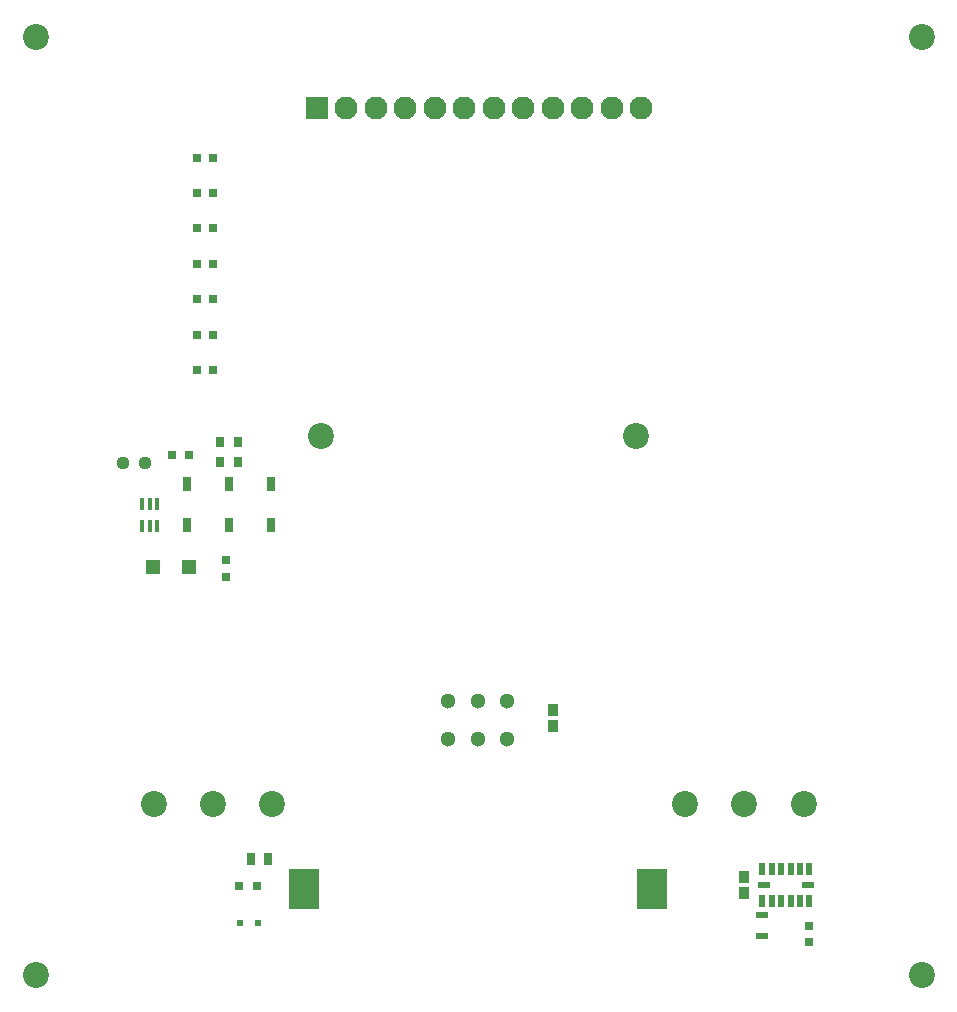
<source format=gbr>
%TF.GenerationSoftware,KiCad,Pcbnew,9.0.6*%
%TF.CreationDate,2025-12-08T21:47:26-05:00*%
%TF.ProjectId,electrical,656c6563-7472-4696-9361-6c2e6b696361,rev?*%
%TF.SameCoordinates,Original*%
%TF.FileFunction,Soldermask,Bot*%
%TF.FilePolarity,Negative*%
%FSLAX46Y46*%
G04 Gerber Fmt 4.6, Leading zero omitted, Abs format (unit mm)*
G04 Created by KiCad (PCBNEW 9.0.6) date 2025-12-08 21:47:26*
%MOMM*%
%LPD*%
G01*
G04 APERTURE LIST*
G04 Aperture macros list*
%AMRoundRect*
0 Rectangle with rounded corners*
0 $1 Rounding radius*
0 $2 $3 $4 $5 $6 $7 $8 $9 X,Y pos of 4 corners*
0 Add a 4 corners polygon primitive as box body*
4,1,4,$2,$3,$4,$5,$6,$7,$8,$9,$2,$3,0*
0 Add four circle primitives for the rounded corners*
1,1,$1+$1,$2,$3*
1,1,$1+$1,$4,$5*
1,1,$1+$1,$6,$7*
1,1,$1+$1,$8,$9*
0 Add four rect primitives between the rounded corners*
20,1,$1+$1,$2,$3,$4,$5,0*
20,1,$1+$1,$4,$5,$6,$7,0*
20,1,$1+$1,$6,$7,$8,$9,0*
20,1,$1+$1,$8,$9,$2,$3,0*%
G04 Aperture macros list end*
%ADD10C,2.200000*%
%ADD11R,0.800000X1.150000*%
%ADD12R,0.508000X1.117600*%
%ADD13R,1.117600X0.508000*%
%ADD14R,0.700000X0.700000*%
%ADD15R,0.500000X0.600000*%
%ADD16RoundRect,0.237500X-0.250000X-0.237500X0.250000X-0.237500X0.250000X0.237500X-0.250000X0.237500X0*%
%ADD17R,0.950000X1.100000*%
%ADD18R,1.300000X1.300000*%
%ADD19R,0.650000X0.900000*%
%ADD20R,2.600000X3.500000*%
%ADD21R,0.800000X0.800000*%
%ADD22R,0.450000X1.000000*%
%ADD23C,1.300000*%
%ADD24R,0.780000X0.990000*%
%ADD25R,1.060000X0.490000*%
%ADD26R,1.950000X1.950000*%
%ADD27C,1.950000*%
G04 APERTURE END LIST*
D10*
%TO.C,H5*%
X171930000Y-93830000D03*
%TD*%
%TO.C,RV1*%
X141100000Y-125000000D03*
X136100000Y-125000000D03*
X131100000Y-125000000D03*
%TD*%
%TO.C,H3*%
X196100000Y-139430000D03*
%TD*%
%TO.C,RV2*%
X186100000Y-125000000D03*
X181100000Y-125000000D03*
X176100000Y-125000000D03*
%TD*%
%TO.C,H2*%
X196100000Y-60000000D03*
%TD*%
%TO.C,H6*%
X145230000Y-93830000D03*
%TD*%
%TO.C,H1*%
X121100000Y-60000000D03*
%TD*%
%TO.C,H4*%
X121100000Y-139430000D03*
%TD*%
D11*
%TO.C,D2*%
X137430000Y-101380000D03*
X137430000Y-97880000D03*
%TD*%
D12*
%TO.C,IC2*%
X186600400Y-133200000D03*
X185787600Y-133200000D03*
X185000200Y-133200000D03*
X184187400Y-133200000D03*
X183400000Y-133200000D03*
X182587200Y-133200000D03*
D13*
X182714200Y-131828400D03*
D12*
X182587200Y-130456800D03*
X183400000Y-130456800D03*
X184187400Y-130456800D03*
X185000200Y-130456800D03*
X185787600Y-130456800D03*
X186600400Y-130456800D03*
D13*
X186473400Y-131828400D03*
%TD*%
D14*
%TO.C,C27*%
X134730000Y-88230000D03*
X136130000Y-88230000D03*
%TD*%
D15*
%TO.C,R1*%
X138430000Y-135030000D03*
X139930000Y-135030000D03*
%TD*%
D11*
%TO.C,D1*%
X133930000Y-97880000D03*
X133930000Y-101380000D03*
%TD*%
D16*
%TO.C,R7*%
X128505000Y-96130000D03*
X130330000Y-96130000D03*
%TD*%
D17*
%TO.C,R3*%
X164930000Y-118330000D03*
X164930000Y-117030000D03*
%TD*%
D14*
%TO.C,C31*%
X136130000Y-85230000D03*
X134730000Y-85230000D03*
%TD*%
%TO.C,C8*%
X134730000Y-73230000D03*
X136130000Y-73230000D03*
%TD*%
D18*
%TO.C,L1*%
X131030000Y-104930000D03*
X134030000Y-104930000D03*
%TD*%
D17*
%TO.C,R4*%
X181087600Y-131156800D03*
X181087600Y-132456800D03*
%TD*%
D19*
%TO.C,R8*%
X136730000Y-96030000D03*
X138180000Y-96030000D03*
%TD*%
D20*
%TO.C,BT1*%
X143830000Y-132130000D03*
X173230000Y-132130000D03*
%TD*%
D11*
%TO.C,D3*%
X141030000Y-97880000D03*
X141030000Y-101380000D03*
%TD*%
D21*
%TO.C,LED1*%
X138330000Y-131930000D03*
X139830000Y-131930000D03*
%TD*%
D14*
%TO.C,C26*%
X134730000Y-82230000D03*
X136130000Y-82230000D03*
%TD*%
%TO.C,C30*%
X132630000Y-95430000D03*
X134030000Y-95430000D03*
%TD*%
%TO.C,C29*%
X137230000Y-104330000D03*
X137230000Y-105730000D03*
%TD*%
D22*
%TO.C,Q1*%
X130080000Y-99530000D03*
X130730000Y-99530000D03*
X131380000Y-99530000D03*
X131380000Y-101430000D03*
X130730000Y-101430000D03*
X130080000Y-101430000D03*
%TD*%
D14*
%TO.C,C28*%
X134730000Y-70230000D03*
X136130000Y-70230000D03*
%TD*%
%TO.C,C25*%
X134730000Y-79230000D03*
X136130000Y-79230000D03*
%TD*%
%TO.C,C3*%
X186587600Y-135256800D03*
X186587600Y-136656800D03*
%TD*%
D23*
%TO.C,S1*%
X161030000Y-119430000D03*
X158530000Y-119430000D03*
X156030000Y-119430000D03*
X161030000Y-116230000D03*
X158530000Y-116230000D03*
X156030000Y-116230000D03*
%TD*%
D14*
%TO.C,C24*%
X134730000Y-76230000D03*
X136130000Y-76230000D03*
%TD*%
D19*
%TO.C,R9*%
X138180000Y-94330000D03*
X136730000Y-94330000D03*
%TD*%
D24*
%TO.C,C1*%
X140730000Y-129630000D03*
X139330000Y-129630000D03*
%TD*%
D25*
%TO.C,C7*%
X182587600Y-134376800D03*
X182587600Y-136136800D03*
%TD*%
D26*
%TO.C,U1*%
X144870000Y-66030000D03*
D27*
X147370000Y-66030000D03*
X149870000Y-66030000D03*
X152370000Y-66030000D03*
X154870000Y-66030000D03*
X157370000Y-66030000D03*
X159870000Y-66030000D03*
X162370000Y-66030000D03*
X164870000Y-66030000D03*
X167370000Y-66030000D03*
X169870000Y-66030000D03*
X172370000Y-66030000D03*
%TD*%
M02*

</source>
